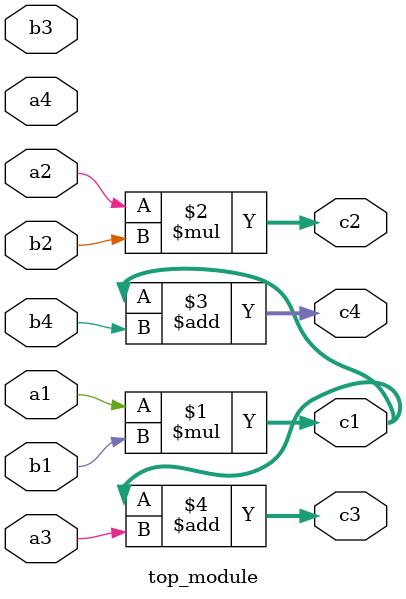
<source format=v>
module top_module
(
    
    input a1,a2,b1,b2,a3,b3,a4,b4,
    output [1:0] c1,c4,
    output [3:0] c2,c3
   
);

  assign c1 = a1*b1;
  assign c2 = a2*b2;
  assign c4 = c1+b4;
  assign c3 = c1+a3; 
endmodule

</source>
